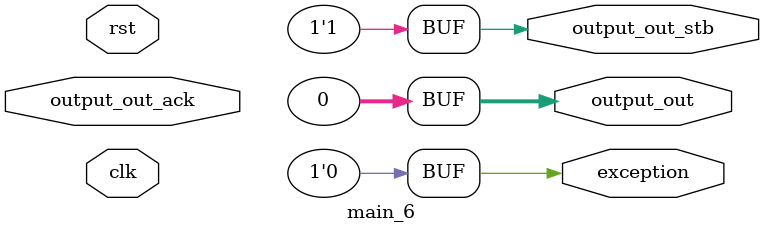
<source format=v>
module main_6 (output_out_ack,clk,rst,output_out,output_out_stb,exception);
  input output_out_ack;
  input clk;
  input rst;
  output [31:0] output_out;
  output output_out_stb;
  output exception;

  assign output_out = 0;
  assign output_out_stb = 1;
  assign exception = 0;
endmodule
</source>
